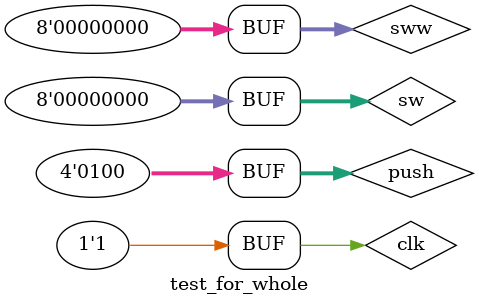
<source format=v>
`timescale 1ns / 1ps


module test_for_whole;

	// Inputs
	reg clk;
	reg [7:0] sw;
	reg [7:0] sww;
	reg [3:0] push;

	// Outputs
	wire [7:0] led;
	wire [3:0] digit_anode;
	wire [7:0] display;
	wire [7:0] anode;
	wire [7:0] segment;

	// Instantiate the Unit Under Test (UUT)
	top uut (
		.clk(clk), 
		.sw(sw), 
		.sww(sww), 
		.push(push), 
		.led(led), 
		.digit_anode(digit_anode), 
		.display(display), 
		.anode(anode), 
		.segment(segment)
	);

	initial begin
		// Initialize Inputs
		clk = 0;
		sw = 0;
		sww = 0;
		push = 0;

		// Wait 100 ns for global reset to finish
		#10;
		push=4'b0100;
		#200;
		push=4'b0000;
		#200;
		push=4'b0100;
		#200;		
        
		// Add stimulus here

	end
   always 
	begin
	 clk=0;
	 #1;
	 clk=1;
	 #1;
	end
endmodule


</source>
